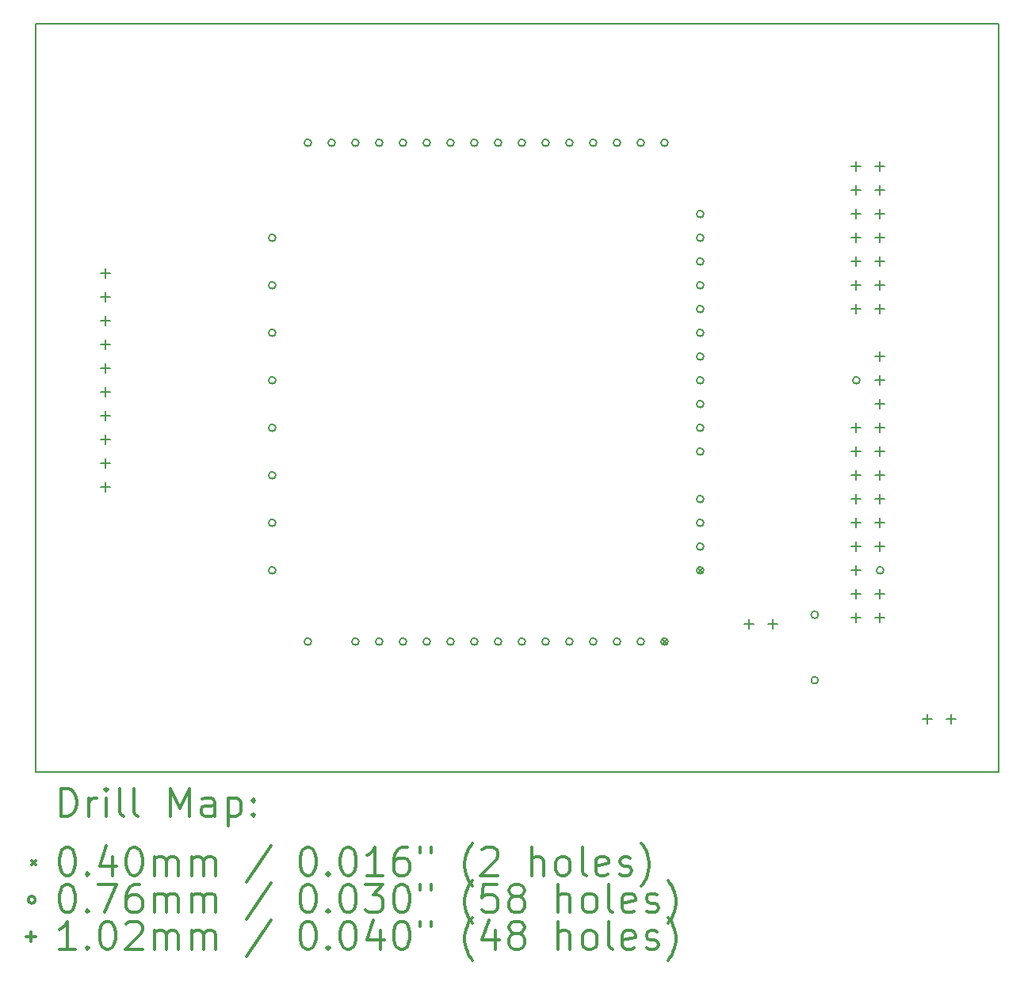
<source format=gbr>
%FSLAX45Y45*%
G04 Gerber Fmt 4.5, Leading zero omitted, Abs format (unit mm)*
G04 Created by KiCad (PCBNEW 4.0.1-stable) date Sun 10 Jan 2016 07:27:59 PM CET*
%MOMM*%
G01*
G04 APERTURE LIST*
%ADD10C,0.127000*%
%ADD11C,0.150000*%
%ADD12C,0.200000*%
%ADD13C,0.300000*%
G04 APERTURE END LIST*
D10*
D11*
X9161000Y-4191000D02*
X9161000Y-12192000D01*
X9161000Y-12192000D02*
X18051000Y-12192000D01*
X9288000Y-4191000D02*
X9161000Y-4191000D01*
X19448000Y-4191000D02*
X9288000Y-4191000D01*
X19448000Y-12192000D02*
X19448000Y-4191000D01*
X18051000Y-12192000D02*
X19448000Y-12192000D01*
D12*
X15855000Y-10775000D02*
X15895000Y-10815000D01*
X15895000Y-10775000D02*
X15855000Y-10815000D01*
X16236000Y-10013000D02*
X16276000Y-10053000D01*
X16276000Y-10013000D02*
X16236000Y-10053000D01*
X11722100Y-6477000D02*
G75*
G03X11722100Y-6477000I-38100J0D01*
G01*
X11722100Y-6985000D02*
G75*
G03X11722100Y-6985000I-38100J0D01*
G01*
X11722100Y-7493000D02*
G75*
G03X11722100Y-7493000I-38100J0D01*
G01*
X11722100Y-8001000D02*
G75*
G03X11722100Y-8001000I-38100J0D01*
G01*
X11722100Y-8509000D02*
G75*
G03X11722100Y-8509000I-38100J0D01*
G01*
X11722100Y-9017000D02*
G75*
G03X11722100Y-9017000I-38100J0D01*
G01*
X11722100Y-9525000D02*
G75*
G03X11722100Y-9525000I-38100J0D01*
G01*
X11722100Y-10033000D02*
G75*
G03X11722100Y-10033000I-38100J0D01*
G01*
X12103100Y-5461000D02*
G75*
G03X12103100Y-5461000I-38100J0D01*
G01*
X12103100Y-10795000D02*
G75*
G03X12103100Y-10795000I-38100J0D01*
G01*
X12357100Y-5461000D02*
G75*
G03X12357100Y-5461000I-38100J0D01*
G01*
X12611100Y-5461000D02*
G75*
G03X12611100Y-5461000I-38100J0D01*
G01*
X12611100Y-10795000D02*
G75*
G03X12611100Y-10795000I-38100J0D01*
G01*
X12865100Y-5461000D02*
G75*
G03X12865100Y-5461000I-38100J0D01*
G01*
X12865100Y-10795000D02*
G75*
G03X12865100Y-10795000I-38100J0D01*
G01*
X13119100Y-5461000D02*
G75*
G03X13119100Y-5461000I-38100J0D01*
G01*
X13119100Y-10795000D02*
G75*
G03X13119100Y-10795000I-38100J0D01*
G01*
X13373100Y-5461000D02*
G75*
G03X13373100Y-5461000I-38100J0D01*
G01*
X13373100Y-10795000D02*
G75*
G03X13373100Y-10795000I-38100J0D01*
G01*
X13627100Y-5461000D02*
G75*
G03X13627100Y-5461000I-38100J0D01*
G01*
X13627100Y-10795000D02*
G75*
G03X13627100Y-10795000I-38100J0D01*
G01*
X13881100Y-5461000D02*
G75*
G03X13881100Y-5461000I-38100J0D01*
G01*
X13881100Y-10795000D02*
G75*
G03X13881100Y-10795000I-38100J0D01*
G01*
X14135100Y-5461000D02*
G75*
G03X14135100Y-5461000I-38100J0D01*
G01*
X14135100Y-10795000D02*
G75*
G03X14135100Y-10795000I-38100J0D01*
G01*
X14389100Y-5461000D02*
G75*
G03X14389100Y-5461000I-38100J0D01*
G01*
X14389100Y-10795000D02*
G75*
G03X14389100Y-10795000I-38100J0D01*
G01*
X14643100Y-5461000D02*
G75*
G03X14643100Y-5461000I-38100J0D01*
G01*
X14643100Y-10795000D02*
G75*
G03X14643100Y-10795000I-38100J0D01*
G01*
X14897100Y-5461000D02*
G75*
G03X14897100Y-5461000I-38100J0D01*
G01*
X14897100Y-10795000D02*
G75*
G03X14897100Y-10795000I-38100J0D01*
G01*
X15151100Y-5461000D02*
G75*
G03X15151100Y-5461000I-38100J0D01*
G01*
X15151100Y-10795000D02*
G75*
G03X15151100Y-10795000I-38100J0D01*
G01*
X15405100Y-5461000D02*
G75*
G03X15405100Y-5461000I-38100J0D01*
G01*
X15405100Y-10795000D02*
G75*
G03X15405100Y-10795000I-38100J0D01*
G01*
X15659100Y-5461000D02*
G75*
G03X15659100Y-5461000I-38100J0D01*
G01*
X15659100Y-10795000D02*
G75*
G03X15659100Y-10795000I-38100J0D01*
G01*
X15913100Y-5461000D02*
G75*
G03X15913100Y-5461000I-38100J0D01*
G01*
X15913100Y-10795000D02*
G75*
G03X15913100Y-10795000I-38100J0D01*
G01*
X16294100Y-6223000D02*
G75*
G03X16294100Y-6223000I-38100J0D01*
G01*
X16294100Y-6477000D02*
G75*
G03X16294100Y-6477000I-38100J0D01*
G01*
X16294100Y-6731000D02*
G75*
G03X16294100Y-6731000I-38100J0D01*
G01*
X16294100Y-6985000D02*
G75*
G03X16294100Y-6985000I-38100J0D01*
G01*
X16294100Y-7239000D02*
G75*
G03X16294100Y-7239000I-38100J0D01*
G01*
X16294100Y-7493000D02*
G75*
G03X16294100Y-7493000I-38100J0D01*
G01*
X16294100Y-7747000D02*
G75*
G03X16294100Y-7747000I-38100J0D01*
G01*
X16294100Y-8001000D02*
G75*
G03X16294100Y-8001000I-38100J0D01*
G01*
X16294100Y-8255000D02*
G75*
G03X16294100Y-8255000I-38100J0D01*
G01*
X16294100Y-8509000D02*
G75*
G03X16294100Y-8509000I-38100J0D01*
G01*
X16294100Y-8763000D02*
G75*
G03X16294100Y-8763000I-38100J0D01*
G01*
X16294100Y-9271000D02*
G75*
G03X16294100Y-9271000I-38100J0D01*
G01*
X16294100Y-9525000D02*
G75*
G03X16294100Y-9525000I-38100J0D01*
G01*
X16294100Y-9779000D02*
G75*
G03X16294100Y-9779000I-38100J0D01*
G01*
X16294100Y-10033000D02*
G75*
G03X16294100Y-10033000I-38100J0D01*
G01*
X17517600Y-10508500D02*
G75*
G03X17517600Y-10508500I-38100J0D01*
G01*
X17517600Y-11208500D02*
G75*
G03X17517600Y-11208500I-38100J0D01*
G01*
X17962100Y-8001000D02*
G75*
G03X17962100Y-8001000I-38100J0D01*
G01*
X18216100Y-10033000D02*
G75*
G03X18216100Y-10033000I-38100J0D01*
G01*
X9906000Y-6807200D02*
X9906000Y-6908800D01*
X9855200Y-6858000D02*
X9956800Y-6858000D01*
X9906000Y-7061200D02*
X9906000Y-7162800D01*
X9855200Y-7112000D02*
X9956800Y-7112000D01*
X9906000Y-7315200D02*
X9906000Y-7416800D01*
X9855200Y-7366000D02*
X9956800Y-7366000D01*
X9906000Y-7569200D02*
X9906000Y-7670800D01*
X9855200Y-7620000D02*
X9956800Y-7620000D01*
X9906000Y-7823200D02*
X9906000Y-7924800D01*
X9855200Y-7874000D02*
X9956800Y-7874000D01*
X9906000Y-8077200D02*
X9906000Y-8178800D01*
X9855200Y-8128000D02*
X9956800Y-8128000D01*
X9906000Y-8331200D02*
X9906000Y-8432800D01*
X9855200Y-8382000D02*
X9956800Y-8382000D01*
X9906000Y-8585200D02*
X9906000Y-8686800D01*
X9855200Y-8636000D02*
X9956800Y-8636000D01*
X9906000Y-8839200D02*
X9906000Y-8940800D01*
X9855200Y-8890000D02*
X9956800Y-8890000D01*
X9906000Y-9093200D02*
X9906000Y-9194800D01*
X9855200Y-9144000D02*
X9956800Y-9144000D01*
X16781000Y-10553700D02*
X16781000Y-10655300D01*
X16730200Y-10604500D02*
X16831800Y-10604500D01*
X17035000Y-10553700D02*
X17035000Y-10655300D01*
X16984200Y-10604500D02*
X17085800Y-10604500D01*
X17924000Y-5664200D02*
X17924000Y-5765800D01*
X17873200Y-5715000D02*
X17974800Y-5715000D01*
X17924000Y-5918200D02*
X17924000Y-6019800D01*
X17873200Y-5969000D02*
X17974800Y-5969000D01*
X17924000Y-6172200D02*
X17924000Y-6273800D01*
X17873200Y-6223000D02*
X17974800Y-6223000D01*
X17924000Y-6426200D02*
X17924000Y-6527800D01*
X17873200Y-6477000D02*
X17974800Y-6477000D01*
X17924000Y-6680200D02*
X17924000Y-6781800D01*
X17873200Y-6731000D02*
X17974800Y-6731000D01*
X17924000Y-6934200D02*
X17924000Y-7035800D01*
X17873200Y-6985000D02*
X17974800Y-6985000D01*
X17924000Y-7188200D02*
X17924000Y-7289800D01*
X17873200Y-7239000D02*
X17974800Y-7239000D01*
X17924000Y-8458200D02*
X17924000Y-8559800D01*
X17873200Y-8509000D02*
X17974800Y-8509000D01*
X17924000Y-8712200D02*
X17924000Y-8813800D01*
X17873200Y-8763000D02*
X17974800Y-8763000D01*
X17924000Y-8966200D02*
X17924000Y-9067800D01*
X17873200Y-9017000D02*
X17974800Y-9017000D01*
X17924000Y-9220200D02*
X17924000Y-9321800D01*
X17873200Y-9271000D02*
X17974800Y-9271000D01*
X17924000Y-9474200D02*
X17924000Y-9575800D01*
X17873200Y-9525000D02*
X17974800Y-9525000D01*
X17924000Y-9728200D02*
X17924000Y-9829800D01*
X17873200Y-9779000D02*
X17974800Y-9779000D01*
X17924000Y-9982200D02*
X17924000Y-10083800D01*
X17873200Y-10033000D02*
X17974800Y-10033000D01*
X17924000Y-10236200D02*
X17924000Y-10337800D01*
X17873200Y-10287000D02*
X17974800Y-10287000D01*
X17924000Y-10490200D02*
X17924000Y-10591800D01*
X17873200Y-10541000D02*
X17974800Y-10541000D01*
X18178000Y-5664200D02*
X18178000Y-5765800D01*
X18127200Y-5715000D02*
X18228800Y-5715000D01*
X18178000Y-5918200D02*
X18178000Y-6019800D01*
X18127200Y-5969000D02*
X18228800Y-5969000D01*
X18178000Y-6172200D02*
X18178000Y-6273800D01*
X18127200Y-6223000D02*
X18228800Y-6223000D01*
X18178000Y-6426200D02*
X18178000Y-6527800D01*
X18127200Y-6477000D02*
X18228800Y-6477000D01*
X18178000Y-6680200D02*
X18178000Y-6781800D01*
X18127200Y-6731000D02*
X18228800Y-6731000D01*
X18178000Y-6934200D02*
X18178000Y-7035800D01*
X18127200Y-6985000D02*
X18228800Y-6985000D01*
X18178000Y-7188200D02*
X18178000Y-7289800D01*
X18127200Y-7239000D02*
X18228800Y-7239000D01*
X18178000Y-7696200D02*
X18178000Y-7797800D01*
X18127200Y-7747000D02*
X18228800Y-7747000D01*
X18178000Y-7950200D02*
X18178000Y-8051800D01*
X18127200Y-8001000D02*
X18228800Y-8001000D01*
X18178000Y-8204200D02*
X18178000Y-8305800D01*
X18127200Y-8255000D02*
X18228800Y-8255000D01*
X18178000Y-8458200D02*
X18178000Y-8559800D01*
X18127200Y-8509000D02*
X18228800Y-8509000D01*
X18178000Y-8712200D02*
X18178000Y-8813800D01*
X18127200Y-8763000D02*
X18228800Y-8763000D01*
X18178000Y-8966200D02*
X18178000Y-9067800D01*
X18127200Y-9017000D02*
X18228800Y-9017000D01*
X18178000Y-9220200D02*
X18178000Y-9321800D01*
X18127200Y-9271000D02*
X18228800Y-9271000D01*
X18178000Y-9474200D02*
X18178000Y-9575800D01*
X18127200Y-9525000D02*
X18228800Y-9525000D01*
X18178000Y-9728200D02*
X18178000Y-9829800D01*
X18127200Y-9779000D02*
X18228800Y-9779000D01*
X18178000Y-10236200D02*
X18178000Y-10337800D01*
X18127200Y-10287000D02*
X18228800Y-10287000D01*
X18178000Y-10490200D02*
X18178000Y-10591800D01*
X18127200Y-10541000D02*
X18228800Y-10541000D01*
X18686000Y-11569700D02*
X18686000Y-11671300D01*
X18635200Y-11620500D02*
X18736800Y-11620500D01*
X18940000Y-11569700D02*
X18940000Y-11671300D01*
X18889200Y-11620500D02*
X18990800Y-11620500D01*
D13*
X9424929Y-12665214D02*
X9424929Y-12365214D01*
X9496357Y-12365214D01*
X9539214Y-12379500D01*
X9567786Y-12408071D01*
X9582071Y-12436643D01*
X9596357Y-12493786D01*
X9596357Y-12536643D01*
X9582071Y-12593786D01*
X9567786Y-12622357D01*
X9539214Y-12650929D01*
X9496357Y-12665214D01*
X9424929Y-12665214D01*
X9724929Y-12665214D02*
X9724929Y-12465214D01*
X9724929Y-12522357D02*
X9739214Y-12493786D01*
X9753500Y-12479500D01*
X9782071Y-12465214D01*
X9810643Y-12465214D01*
X9910643Y-12665214D02*
X9910643Y-12465214D01*
X9910643Y-12365214D02*
X9896357Y-12379500D01*
X9910643Y-12393786D01*
X9924929Y-12379500D01*
X9910643Y-12365214D01*
X9910643Y-12393786D01*
X10096357Y-12665214D02*
X10067786Y-12650929D01*
X10053500Y-12622357D01*
X10053500Y-12365214D01*
X10253500Y-12665214D02*
X10224929Y-12650929D01*
X10210643Y-12622357D01*
X10210643Y-12365214D01*
X10596357Y-12665214D02*
X10596357Y-12365214D01*
X10696357Y-12579500D01*
X10796357Y-12365214D01*
X10796357Y-12665214D01*
X11067786Y-12665214D02*
X11067786Y-12508071D01*
X11053500Y-12479500D01*
X11024929Y-12465214D01*
X10967786Y-12465214D01*
X10939214Y-12479500D01*
X11067786Y-12650929D02*
X11039214Y-12665214D01*
X10967786Y-12665214D01*
X10939214Y-12650929D01*
X10924929Y-12622357D01*
X10924929Y-12593786D01*
X10939214Y-12565214D01*
X10967786Y-12550929D01*
X11039214Y-12550929D01*
X11067786Y-12536643D01*
X11210643Y-12465214D02*
X11210643Y-12765214D01*
X11210643Y-12479500D02*
X11239214Y-12465214D01*
X11296357Y-12465214D01*
X11324928Y-12479500D01*
X11339214Y-12493786D01*
X11353500Y-12522357D01*
X11353500Y-12608071D01*
X11339214Y-12636643D01*
X11324928Y-12650929D01*
X11296357Y-12665214D01*
X11239214Y-12665214D01*
X11210643Y-12650929D01*
X11482071Y-12636643D02*
X11496357Y-12650929D01*
X11482071Y-12665214D01*
X11467786Y-12650929D01*
X11482071Y-12636643D01*
X11482071Y-12665214D01*
X11482071Y-12479500D02*
X11496357Y-12493786D01*
X11482071Y-12508071D01*
X11467786Y-12493786D01*
X11482071Y-12479500D01*
X11482071Y-12508071D01*
X9113500Y-13139500D02*
X9153500Y-13179500D01*
X9153500Y-13139500D02*
X9113500Y-13179500D01*
X9482071Y-12995214D02*
X9510643Y-12995214D01*
X9539214Y-13009500D01*
X9553500Y-13023786D01*
X9567786Y-13052357D01*
X9582071Y-13109500D01*
X9582071Y-13180929D01*
X9567786Y-13238071D01*
X9553500Y-13266643D01*
X9539214Y-13280929D01*
X9510643Y-13295214D01*
X9482071Y-13295214D01*
X9453500Y-13280929D01*
X9439214Y-13266643D01*
X9424929Y-13238071D01*
X9410643Y-13180929D01*
X9410643Y-13109500D01*
X9424929Y-13052357D01*
X9439214Y-13023786D01*
X9453500Y-13009500D01*
X9482071Y-12995214D01*
X9710643Y-13266643D02*
X9724929Y-13280929D01*
X9710643Y-13295214D01*
X9696357Y-13280929D01*
X9710643Y-13266643D01*
X9710643Y-13295214D01*
X9982071Y-13095214D02*
X9982071Y-13295214D01*
X9910643Y-12980929D02*
X9839214Y-13195214D01*
X10024928Y-13195214D01*
X10196357Y-12995214D02*
X10224929Y-12995214D01*
X10253500Y-13009500D01*
X10267786Y-13023786D01*
X10282071Y-13052357D01*
X10296357Y-13109500D01*
X10296357Y-13180929D01*
X10282071Y-13238071D01*
X10267786Y-13266643D01*
X10253500Y-13280929D01*
X10224929Y-13295214D01*
X10196357Y-13295214D01*
X10167786Y-13280929D01*
X10153500Y-13266643D01*
X10139214Y-13238071D01*
X10124929Y-13180929D01*
X10124929Y-13109500D01*
X10139214Y-13052357D01*
X10153500Y-13023786D01*
X10167786Y-13009500D01*
X10196357Y-12995214D01*
X10424929Y-13295214D02*
X10424929Y-13095214D01*
X10424929Y-13123786D02*
X10439214Y-13109500D01*
X10467786Y-13095214D01*
X10510643Y-13095214D01*
X10539214Y-13109500D01*
X10553500Y-13138071D01*
X10553500Y-13295214D01*
X10553500Y-13138071D02*
X10567786Y-13109500D01*
X10596357Y-13095214D01*
X10639214Y-13095214D01*
X10667786Y-13109500D01*
X10682071Y-13138071D01*
X10682071Y-13295214D01*
X10824929Y-13295214D02*
X10824929Y-13095214D01*
X10824929Y-13123786D02*
X10839214Y-13109500D01*
X10867786Y-13095214D01*
X10910643Y-13095214D01*
X10939214Y-13109500D01*
X10953500Y-13138071D01*
X10953500Y-13295214D01*
X10953500Y-13138071D02*
X10967786Y-13109500D01*
X10996357Y-13095214D01*
X11039214Y-13095214D01*
X11067786Y-13109500D01*
X11082071Y-13138071D01*
X11082071Y-13295214D01*
X11667786Y-12980929D02*
X11410643Y-13366643D01*
X12053500Y-12995214D02*
X12082071Y-12995214D01*
X12110643Y-13009500D01*
X12124928Y-13023786D01*
X12139214Y-13052357D01*
X12153500Y-13109500D01*
X12153500Y-13180929D01*
X12139214Y-13238071D01*
X12124928Y-13266643D01*
X12110643Y-13280929D01*
X12082071Y-13295214D01*
X12053500Y-13295214D01*
X12024928Y-13280929D01*
X12010643Y-13266643D01*
X11996357Y-13238071D01*
X11982071Y-13180929D01*
X11982071Y-13109500D01*
X11996357Y-13052357D01*
X12010643Y-13023786D01*
X12024928Y-13009500D01*
X12053500Y-12995214D01*
X12282071Y-13266643D02*
X12296357Y-13280929D01*
X12282071Y-13295214D01*
X12267786Y-13280929D01*
X12282071Y-13266643D01*
X12282071Y-13295214D01*
X12482071Y-12995214D02*
X12510643Y-12995214D01*
X12539214Y-13009500D01*
X12553500Y-13023786D01*
X12567785Y-13052357D01*
X12582071Y-13109500D01*
X12582071Y-13180929D01*
X12567785Y-13238071D01*
X12553500Y-13266643D01*
X12539214Y-13280929D01*
X12510643Y-13295214D01*
X12482071Y-13295214D01*
X12453500Y-13280929D01*
X12439214Y-13266643D01*
X12424928Y-13238071D01*
X12410643Y-13180929D01*
X12410643Y-13109500D01*
X12424928Y-13052357D01*
X12439214Y-13023786D01*
X12453500Y-13009500D01*
X12482071Y-12995214D01*
X12867785Y-13295214D02*
X12696357Y-13295214D01*
X12782071Y-13295214D02*
X12782071Y-12995214D01*
X12753500Y-13038071D01*
X12724928Y-13066643D01*
X12696357Y-13080929D01*
X13124928Y-12995214D02*
X13067785Y-12995214D01*
X13039214Y-13009500D01*
X13024928Y-13023786D01*
X12996357Y-13066643D01*
X12982071Y-13123786D01*
X12982071Y-13238071D01*
X12996357Y-13266643D01*
X13010643Y-13280929D01*
X13039214Y-13295214D01*
X13096357Y-13295214D01*
X13124928Y-13280929D01*
X13139214Y-13266643D01*
X13153500Y-13238071D01*
X13153500Y-13166643D01*
X13139214Y-13138071D01*
X13124928Y-13123786D01*
X13096357Y-13109500D01*
X13039214Y-13109500D01*
X13010643Y-13123786D01*
X12996357Y-13138071D01*
X12982071Y-13166643D01*
X13267786Y-12995214D02*
X13267786Y-13052357D01*
X13382071Y-12995214D02*
X13382071Y-13052357D01*
X13824928Y-13409500D02*
X13810643Y-13395214D01*
X13782071Y-13352357D01*
X13767785Y-13323786D01*
X13753500Y-13280929D01*
X13739214Y-13209500D01*
X13739214Y-13152357D01*
X13753500Y-13080929D01*
X13767785Y-13038071D01*
X13782071Y-13009500D01*
X13810643Y-12966643D01*
X13824928Y-12952357D01*
X13924928Y-13023786D02*
X13939214Y-13009500D01*
X13967785Y-12995214D01*
X14039214Y-12995214D01*
X14067785Y-13009500D01*
X14082071Y-13023786D01*
X14096357Y-13052357D01*
X14096357Y-13080929D01*
X14082071Y-13123786D01*
X13910643Y-13295214D01*
X14096357Y-13295214D01*
X14453500Y-13295214D02*
X14453500Y-12995214D01*
X14582071Y-13295214D02*
X14582071Y-13138071D01*
X14567785Y-13109500D01*
X14539214Y-13095214D01*
X14496357Y-13095214D01*
X14467785Y-13109500D01*
X14453500Y-13123786D01*
X14767785Y-13295214D02*
X14739214Y-13280929D01*
X14724928Y-13266643D01*
X14710643Y-13238071D01*
X14710643Y-13152357D01*
X14724928Y-13123786D01*
X14739214Y-13109500D01*
X14767785Y-13095214D01*
X14810643Y-13095214D01*
X14839214Y-13109500D01*
X14853500Y-13123786D01*
X14867785Y-13152357D01*
X14867785Y-13238071D01*
X14853500Y-13266643D01*
X14839214Y-13280929D01*
X14810643Y-13295214D01*
X14767785Y-13295214D01*
X15039214Y-13295214D02*
X15010643Y-13280929D01*
X14996357Y-13252357D01*
X14996357Y-12995214D01*
X15267786Y-13280929D02*
X15239214Y-13295214D01*
X15182071Y-13295214D01*
X15153500Y-13280929D01*
X15139214Y-13252357D01*
X15139214Y-13138071D01*
X15153500Y-13109500D01*
X15182071Y-13095214D01*
X15239214Y-13095214D01*
X15267786Y-13109500D01*
X15282071Y-13138071D01*
X15282071Y-13166643D01*
X15139214Y-13195214D01*
X15396357Y-13280929D02*
X15424928Y-13295214D01*
X15482071Y-13295214D01*
X15510643Y-13280929D01*
X15524928Y-13252357D01*
X15524928Y-13238071D01*
X15510643Y-13209500D01*
X15482071Y-13195214D01*
X15439214Y-13195214D01*
X15410643Y-13180929D01*
X15396357Y-13152357D01*
X15396357Y-13138071D01*
X15410643Y-13109500D01*
X15439214Y-13095214D01*
X15482071Y-13095214D01*
X15510643Y-13109500D01*
X15624928Y-13409500D02*
X15639214Y-13395214D01*
X15667786Y-13352357D01*
X15682071Y-13323786D01*
X15696357Y-13280929D01*
X15710643Y-13209500D01*
X15710643Y-13152357D01*
X15696357Y-13080929D01*
X15682071Y-13038071D01*
X15667786Y-13009500D01*
X15639214Y-12966643D01*
X15624928Y-12952357D01*
X9153500Y-13555500D02*
G75*
G03X9153500Y-13555500I-38100J0D01*
G01*
X9482071Y-13391214D02*
X9510643Y-13391214D01*
X9539214Y-13405500D01*
X9553500Y-13419786D01*
X9567786Y-13448357D01*
X9582071Y-13505500D01*
X9582071Y-13576929D01*
X9567786Y-13634071D01*
X9553500Y-13662643D01*
X9539214Y-13676929D01*
X9510643Y-13691214D01*
X9482071Y-13691214D01*
X9453500Y-13676929D01*
X9439214Y-13662643D01*
X9424929Y-13634071D01*
X9410643Y-13576929D01*
X9410643Y-13505500D01*
X9424929Y-13448357D01*
X9439214Y-13419786D01*
X9453500Y-13405500D01*
X9482071Y-13391214D01*
X9710643Y-13662643D02*
X9724929Y-13676929D01*
X9710643Y-13691214D01*
X9696357Y-13676929D01*
X9710643Y-13662643D01*
X9710643Y-13691214D01*
X9824928Y-13391214D02*
X10024928Y-13391214D01*
X9896357Y-13691214D01*
X10267786Y-13391214D02*
X10210643Y-13391214D01*
X10182071Y-13405500D01*
X10167786Y-13419786D01*
X10139214Y-13462643D01*
X10124929Y-13519786D01*
X10124929Y-13634071D01*
X10139214Y-13662643D01*
X10153500Y-13676929D01*
X10182071Y-13691214D01*
X10239214Y-13691214D01*
X10267786Y-13676929D01*
X10282071Y-13662643D01*
X10296357Y-13634071D01*
X10296357Y-13562643D01*
X10282071Y-13534071D01*
X10267786Y-13519786D01*
X10239214Y-13505500D01*
X10182071Y-13505500D01*
X10153500Y-13519786D01*
X10139214Y-13534071D01*
X10124929Y-13562643D01*
X10424929Y-13691214D02*
X10424929Y-13491214D01*
X10424929Y-13519786D02*
X10439214Y-13505500D01*
X10467786Y-13491214D01*
X10510643Y-13491214D01*
X10539214Y-13505500D01*
X10553500Y-13534071D01*
X10553500Y-13691214D01*
X10553500Y-13534071D02*
X10567786Y-13505500D01*
X10596357Y-13491214D01*
X10639214Y-13491214D01*
X10667786Y-13505500D01*
X10682071Y-13534071D01*
X10682071Y-13691214D01*
X10824929Y-13691214D02*
X10824929Y-13491214D01*
X10824929Y-13519786D02*
X10839214Y-13505500D01*
X10867786Y-13491214D01*
X10910643Y-13491214D01*
X10939214Y-13505500D01*
X10953500Y-13534071D01*
X10953500Y-13691214D01*
X10953500Y-13534071D02*
X10967786Y-13505500D01*
X10996357Y-13491214D01*
X11039214Y-13491214D01*
X11067786Y-13505500D01*
X11082071Y-13534071D01*
X11082071Y-13691214D01*
X11667786Y-13376929D02*
X11410643Y-13762643D01*
X12053500Y-13391214D02*
X12082071Y-13391214D01*
X12110643Y-13405500D01*
X12124928Y-13419786D01*
X12139214Y-13448357D01*
X12153500Y-13505500D01*
X12153500Y-13576929D01*
X12139214Y-13634071D01*
X12124928Y-13662643D01*
X12110643Y-13676929D01*
X12082071Y-13691214D01*
X12053500Y-13691214D01*
X12024928Y-13676929D01*
X12010643Y-13662643D01*
X11996357Y-13634071D01*
X11982071Y-13576929D01*
X11982071Y-13505500D01*
X11996357Y-13448357D01*
X12010643Y-13419786D01*
X12024928Y-13405500D01*
X12053500Y-13391214D01*
X12282071Y-13662643D02*
X12296357Y-13676929D01*
X12282071Y-13691214D01*
X12267786Y-13676929D01*
X12282071Y-13662643D01*
X12282071Y-13691214D01*
X12482071Y-13391214D02*
X12510643Y-13391214D01*
X12539214Y-13405500D01*
X12553500Y-13419786D01*
X12567785Y-13448357D01*
X12582071Y-13505500D01*
X12582071Y-13576929D01*
X12567785Y-13634071D01*
X12553500Y-13662643D01*
X12539214Y-13676929D01*
X12510643Y-13691214D01*
X12482071Y-13691214D01*
X12453500Y-13676929D01*
X12439214Y-13662643D01*
X12424928Y-13634071D01*
X12410643Y-13576929D01*
X12410643Y-13505500D01*
X12424928Y-13448357D01*
X12439214Y-13419786D01*
X12453500Y-13405500D01*
X12482071Y-13391214D01*
X12682071Y-13391214D02*
X12867785Y-13391214D01*
X12767785Y-13505500D01*
X12810643Y-13505500D01*
X12839214Y-13519786D01*
X12853500Y-13534071D01*
X12867785Y-13562643D01*
X12867785Y-13634071D01*
X12853500Y-13662643D01*
X12839214Y-13676929D01*
X12810643Y-13691214D01*
X12724928Y-13691214D01*
X12696357Y-13676929D01*
X12682071Y-13662643D01*
X13053500Y-13391214D02*
X13082071Y-13391214D01*
X13110643Y-13405500D01*
X13124928Y-13419786D01*
X13139214Y-13448357D01*
X13153500Y-13505500D01*
X13153500Y-13576929D01*
X13139214Y-13634071D01*
X13124928Y-13662643D01*
X13110643Y-13676929D01*
X13082071Y-13691214D01*
X13053500Y-13691214D01*
X13024928Y-13676929D01*
X13010643Y-13662643D01*
X12996357Y-13634071D01*
X12982071Y-13576929D01*
X12982071Y-13505500D01*
X12996357Y-13448357D01*
X13010643Y-13419786D01*
X13024928Y-13405500D01*
X13053500Y-13391214D01*
X13267786Y-13391214D02*
X13267786Y-13448357D01*
X13382071Y-13391214D02*
X13382071Y-13448357D01*
X13824928Y-13805500D02*
X13810643Y-13791214D01*
X13782071Y-13748357D01*
X13767785Y-13719786D01*
X13753500Y-13676929D01*
X13739214Y-13605500D01*
X13739214Y-13548357D01*
X13753500Y-13476929D01*
X13767785Y-13434071D01*
X13782071Y-13405500D01*
X13810643Y-13362643D01*
X13824928Y-13348357D01*
X14082071Y-13391214D02*
X13939214Y-13391214D01*
X13924928Y-13534071D01*
X13939214Y-13519786D01*
X13967785Y-13505500D01*
X14039214Y-13505500D01*
X14067785Y-13519786D01*
X14082071Y-13534071D01*
X14096357Y-13562643D01*
X14096357Y-13634071D01*
X14082071Y-13662643D01*
X14067785Y-13676929D01*
X14039214Y-13691214D01*
X13967785Y-13691214D01*
X13939214Y-13676929D01*
X13924928Y-13662643D01*
X14267785Y-13519786D02*
X14239214Y-13505500D01*
X14224928Y-13491214D01*
X14210643Y-13462643D01*
X14210643Y-13448357D01*
X14224928Y-13419786D01*
X14239214Y-13405500D01*
X14267785Y-13391214D01*
X14324928Y-13391214D01*
X14353500Y-13405500D01*
X14367785Y-13419786D01*
X14382071Y-13448357D01*
X14382071Y-13462643D01*
X14367785Y-13491214D01*
X14353500Y-13505500D01*
X14324928Y-13519786D01*
X14267785Y-13519786D01*
X14239214Y-13534071D01*
X14224928Y-13548357D01*
X14210643Y-13576929D01*
X14210643Y-13634071D01*
X14224928Y-13662643D01*
X14239214Y-13676929D01*
X14267785Y-13691214D01*
X14324928Y-13691214D01*
X14353500Y-13676929D01*
X14367785Y-13662643D01*
X14382071Y-13634071D01*
X14382071Y-13576929D01*
X14367785Y-13548357D01*
X14353500Y-13534071D01*
X14324928Y-13519786D01*
X14739214Y-13691214D02*
X14739214Y-13391214D01*
X14867785Y-13691214D02*
X14867785Y-13534071D01*
X14853500Y-13505500D01*
X14824928Y-13491214D01*
X14782071Y-13491214D01*
X14753500Y-13505500D01*
X14739214Y-13519786D01*
X15053500Y-13691214D02*
X15024928Y-13676929D01*
X15010643Y-13662643D01*
X14996357Y-13634071D01*
X14996357Y-13548357D01*
X15010643Y-13519786D01*
X15024928Y-13505500D01*
X15053500Y-13491214D01*
X15096357Y-13491214D01*
X15124928Y-13505500D01*
X15139214Y-13519786D01*
X15153500Y-13548357D01*
X15153500Y-13634071D01*
X15139214Y-13662643D01*
X15124928Y-13676929D01*
X15096357Y-13691214D01*
X15053500Y-13691214D01*
X15324928Y-13691214D02*
X15296357Y-13676929D01*
X15282071Y-13648357D01*
X15282071Y-13391214D01*
X15553500Y-13676929D02*
X15524928Y-13691214D01*
X15467786Y-13691214D01*
X15439214Y-13676929D01*
X15424928Y-13648357D01*
X15424928Y-13534071D01*
X15439214Y-13505500D01*
X15467786Y-13491214D01*
X15524928Y-13491214D01*
X15553500Y-13505500D01*
X15567786Y-13534071D01*
X15567786Y-13562643D01*
X15424928Y-13591214D01*
X15682071Y-13676929D02*
X15710643Y-13691214D01*
X15767786Y-13691214D01*
X15796357Y-13676929D01*
X15810643Y-13648357D01*
X15810643Y-13634071D01*
X15796357Y-13605500D01*
X15767786Y-13591214D01*
X15724928Y-13591214D01*
X15696357Y-13576929D01*
X15682071Y-13548357D01*
X15682071Y-13534071D01*
X15696357Y-13505500D01*
X15724928Y-13491214D01*
X15767786Y-13491214D01*
X15796357Y-13505500D01*
X15910643Y-13805500D02*
X15924928Y-13791214D01*
X15953500Y-13748357D01*
X15967786Y-13719786D01*
X15982071Y-13676929D01*
X15996357Y-13605500D01*
X15996357Y-13548357D01*
X15982071Y-13476929D01*
X15967786Y-13434071D01*
X15953500Y-13405500D01*
X15924928Y-13362643D01*
X15910643Y-13348357D01*
X9102700Y-13900700D02*
X9102700Y-14002300D01*
X9051900Y-13951500D02*
X9153500Y-13951500D01*
X9582071Y-14087214D02*
X9410643Y-14087214D01*
X9496357Y-14087214D02*
X9496357Y-13787214D01*
X9467786Y-13830071D01*
X9439214Y-13858643D01*
X9410643Y-13872929D01*
X9710643Y-14058643D02*
X9724929Y-14072929D01*
X9710643Y-14087214D01*
X9696357Y-14072929D01*
X9710643Y-14058643D01*
X9710643Y-14087214D01*
X9910643Y-13787214D02*
X9939214Y-13787214D01*
X9967786Y-13801500D01*
X9982071Y-13815786D01*
X9996357Y-13844357D01*
X10010643Y-13901500D01*
X10010643Y-13972929D01*
X9996357Y-14030071D01*
X9982071Y-14058643D01*
X9967786Y-14072929D01*
X9939214Y-14087214D01*
X9910643Y-14087214D01*
X9882071Y-14072929D01*
X9867786Y-14058643D01*
X9853500Y-14030071D01*
X9839214Y-13972929D01*
X9839214Y-13901500D01*
X9853500Y-13844357D01*
X9867786Y-13815786D01*
X9882071Y-13801500D01*
X9910643Y-13787214D01*
X10124929Y-13815786D02*
X10139214Y-13801500D01*
X10167786Y-13787214D01*
X10239214Y-13787214D01*
X10267786Y-13801500D01*
X10282071Y-13815786D01*
X10296357Y-13844357D01*
X10296357Y-13872929D01*
X10282071Y-13915786D01*
X10110643Y-14087214D01*
X10296357Y-14087214D01*
X10424929Y-14087214D02*
X10424929Y-13887214D01*
X10424929Y-13915786D02*
X10439214Y-13901500D01*
X10467786Y-13887214D01*
X10510643Y-13887214D01*
X10539214Y-13901500D01*
X10553500Y-13930071D01*
X10553500Y-14087214D01*
X10553500Y-13930071D02*
X10567786Y-13901500D01*
X10596357Y-13887214D01*
X10639214Y-13887214D01*
X10667786Y-13901500D01*
X10682071Y-13930071D01*
X10682071Y-14087214D01*
X10824929Y-14087214D02*
X10824929Y-13887214D01*
X10824929Y-13915786D02*
X10839214Y-13901500D01*
X10867786Y-13887214D01*
X10910643Y-13887214D01*
X10939214Y-13901500D01*
X10953500Y-13930071D01*
X10953500Y-14087214D01*
X10953500Y-13930071D02*
X10967786Y-13901500D01*
X10996357Y-13887214D01*
X11039214Y-13887214D01*
X11067786Y-13901500D01*
X11082071Y-13930071D01*
X11082071Y-14087214D01*
X11667786Y-13772929D02*
X11410643Y-14158643D01*
X12053500Y-13787214D02*
X12082071Y-13787214D01*
X12110643Y-13801500D01*
X12124928Y-13815786D01*
X12139214Y-13844357D01*
X12153500Y-13901500D01*
X12153500Y-13972929D01*
X12139214Y-14030071D01*
X12124928Y-14058643D01*
X12110643Y-14072929D01*
X12082071Y-14087214D01*
X12053500Y-14087214D01*
X12024928Y-14072929D01*
X12010643Y-14058643D01*
X11996357Y-14030071D01*
X11982071Y-13972929D01*
X11982071Y-13901500D01*
X11996357Y-13844357D01*
X12010643Y-13815786D01*
X12024928Y-13801500D01*
X12053500Y-13787214D01*
X12282071Y-14058643D02*
X12296357Y-14072929D01*
X12282071Y-14087214D01*
X12267786Y-14072929D01*
X12282071Y-14058643D01*
X12282071Y-14087214D01*
X12482071Y-13787214D02*
X12510643Y-13787214D01*
X12539214Y-13801500D01*
X12553500Y-13815786D01*
X12567785Y-13844357D01*
X12582071Y-13901500D01*
X12582071Y-13972929D01*
X12567785Y-14030071D01*
X12553500Y-14058643D01*
X12539214Y-14072929D01*
X12510643Y-14087214D01*
X12482071Y-14087214D01*
X12453500Y-14072929D01*
X12439214Y-14058643D01*
X12424928Y-14030071D01*
X12410643Y-13972929D01*
X12410643Y-13901500D01*
X12424928Y-13844357D01*
X12439214Y-13815786D01*
X12453500Y-13801500D01*
X12482071Y-13787214D01*
X12839214Y-13887214D02*
X12839214Y-14087214D01*
X12767785Y-13772929D02*
X12696357Y-13987214D01*
X12882071Y-13987214D01*
X13053500Y-13787214D02*
X13082071Y-13787214D01*
X13110643Y-13801500D01*
X13124928Y-13815786D01*
X13139214Y-13844357D01*
X13153500Y-13901500D01*
X13153500Y-13972929D01*
X13139214Y-14030071D01*
X13124928Y-14058643D01*
X13110643Y-14072929D01*
X13082071Y-14087214D01*
X13053500Y-14087214D01*
X13024928Y-14072929D01*
X13010643Y-14058643D01*
X12996357Y-14030071D01*
X12982071Y-13972929D01*
X12982071Y-13901500D01*
X12996357Y-13844357D01*
X13010643Y-13815786D01*
X13024928Y-13801500D01*
X13053500Y-13787214D01*
X13267786Y-13787214D02*
X13267786Y-13844357D01*
X13382071Y-13787214D02*
X13382071Y-13844357D01*
X13824928Y-14201500D02*
X13810643Y-14187214D01*
X13782071Y-14144357D01*
X13767785Y-14115786D01*
X13753500Y-14072929D01*
X13739214Y-14001500D01*
X13739214Y-13944357D01*
X13753500Y-13872929D01*
X13767785Y-13830071D01*
X13782071Y-13801500D01*
X13810643Y-13758643D01*
X13824928Y-13744357D01*
X14067785Y-13887214D02*
X14067785Y-14087214D01*
X13996357Y-13772929D02*
X13924928Y-13987214D01*
X14110643Y-13987214D01*
X14267785Y-13915786D02*
X14239214Y-13901500D01*
X14224928Y-13887214D01*
X14210643Y-13858643D01*
X14210643Y-13844357D01*
X14224928Y-13815786D01*
X14239214Y-13801500D01*
X14267785Y-13787214D01*
X14324928Y-13787214D01*
X14353500Y-13801500D01*
X14367785Y-13815786D01*
X14382071Y-13844357D01*
X14382071Y-13858643D01*
X14367785Y-13887214D01*
X14353500Y-13901500D01*
X14324928Y-13915786D01*
X14267785Y-13915786D01*
X14239214Y-13930071D01*
X14224928Y-13944357D01*
X14210643Y-13972929D01*
X14210643Y-14030071D01*
X14224928Y-14058643D01*
X14239214Y-14072929D01*
X14267785Y-14087214D01*
X14324928Y-14087214D01*
X14353500Y-14072929D01*
X14367785Y-14058643D01*
X14382071Y-14030071D01*
X14382071Y-13972929D01*
X14367785Y-13944357D01*
X14353500Y-13930071D01*
X14324928Y-13915786D01*
X14739214Y-14087214D02*
X14739214Y-13787214D01*
X14867785Y-14087214D02*
X14867785Y-13930071D01*
X14853500Y-13901500D01*
X14824928Y-13887214D01*
X14782071Y-13887214D01*
X14753500Y-13901500D01*
X14739214Y-13915786D01*
X15053500Y-14087214D02*
X15024928Y-14072929D01*
X15010643Y-14058643D01*
X14996357Y-14030071D01*
X14996357Y-13944357D01*
X15010643Y-13915786D01*
X15024928Y-13901500D01*
X15053500Y-13887214D01*
X15096357Y-13887214D01*
X15124928Y-13901500D01*
X15139214Y-13915786D01*
X15153500Y-13944357D01*
X15153500Y-14030071D01*
X15139214Y-14058643D01*
X15124928Y-14072929D01*
X15096357Y-14087214D01*
X15053500Y-14087214D01*
X15324928Y-14087214D02*
X15296357Y-14072929D01*
X15282071Y-14044357D01*
X15282071Y-13787214D01*
X15553500Y-14072929D02*
X15524928Y-14087214D01*
X15467786Y-14087214D01*
X15439214Y-14072929D01*
X15424928Y-14044357D01*
X15424928Y-13930071D01*
X15439214Y-13901500D01*
X15467786Y-13887214D01*
X15524928Y-13887214D01*
X15553500Y-13901500D01*
X15567786Y-13930071D01*
X15567786Y-13958643D01*
X15424928Y-13987214D01*
X15682071Y-14072929D02*
X15710643Y-14087214D01*
X15767786Y-14087214D01*
X15796357Y-14072929D01*
X15810643Y-14044357D01*
X15810643Y-14030071D01*
X15796357Y-14001500D01*
X15767786Y-13987214D01*
X15724928Y-13987214D01*
X15696357Y-13972929D01*
X15682071Y-13944357D01*
X15682071Y-13930071D01*
X15696357Y-13901500D01*
X15724928Y-13887214D01*
X15767786Y-13887214D01*
X15796357Y-13901500D01*
X15910643Y-14201500D02*
X15924928Y-14187214D01*
X15953500Y-14144357D01*
X15967786Y-14115786D01*
X15982071Y-14072929D01*
X15996357Y-14001500D01*
X15996357Y-13944357D01*
X15982071Y-13872929D01*
X15967786Y-13830071D01*
X15953500Y-13801500D01*
X15924928Y-13758643D01*
X15910643Y-13744357D01*
M02*

</source>
